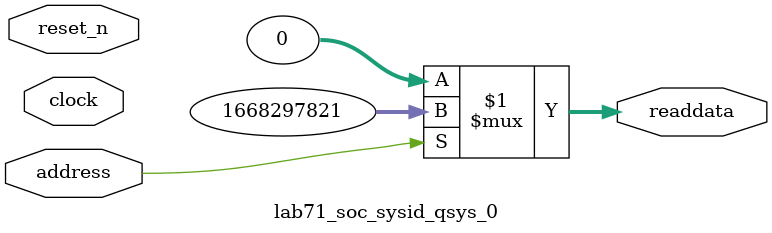
<source format=v>



// synthesis translate_off
`timescale 1ns / 1ps
// synthesis translate_on

// turn off superfluous verilog processor warnings 
// altera message_level Level1 
// altera message_off 10034 10035 10036 10037 10230 10240 10030 

module lab71_soc_sysid_qsys_0 (
               // inputs:
                address,
                clock,
                reset_n,

               // outputs:
                readdata
             )
;

  output  [ 31: 0] readdata;
  input            address;
  input            clock;
  input            reset_n;

  wire    [ 31: 0] readdata;
  //control_slave, which is an e_avalon_slave
  assign readdata = address ? 1668297821 : 0;

endmodule



</source>
